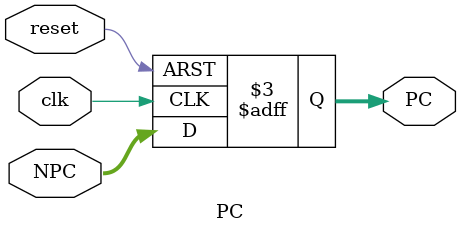
<source format=v>
module PC(NPC, clk, reset, PC);

input[31:2] NPC;
input clk,reset;
output[31:2] PC;

reg[31:2] PC;

initial
begin
	PC = 0;
end

always @(negedge clk or posedge reset)
begin
	if(reset)
		PC <= 0; //reset高电平时发生异步复位
	else
		PC <= NPC; //若复位信号无效 则在时钟下降沿将NPC赋值给PC
end

endmodule
</source>
